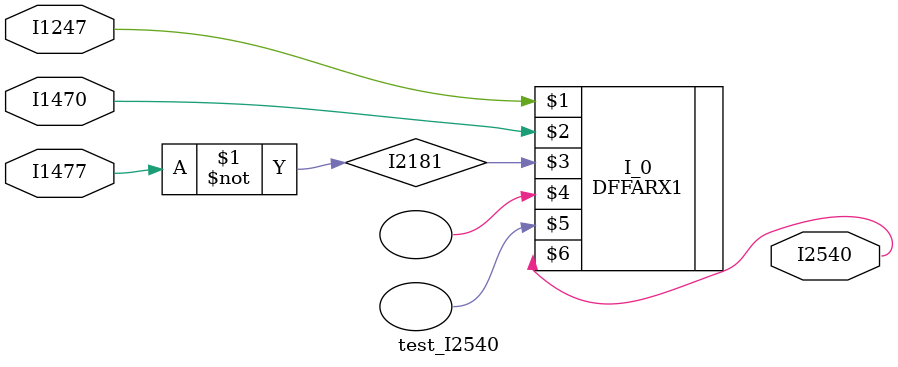
<source format=v>
module test_I2540(I1477,I1247,I1470,I2540);
input I1477,I1247,I1470;
output I2540;
wire I2181;
DFFARX1 I_0(I1247,I1470,I2181,,,I2540,);
not I_1(I2181,I1477);
endmodule



</source>
